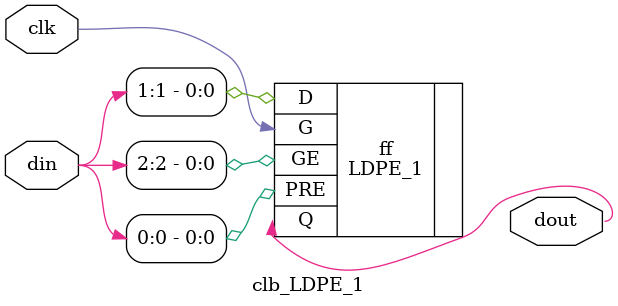
<source format=v>

/*
LDC => LDCE
LDE => LDCE
LDP => LDPE
*/

module top(input clk, stb, di, output do);
	localparam integer DIN_N = 120;
	localparam integer DOUT_N = 30;

	reg [DIN_N-1:0] din;
	wire [DOUT_N-1:0] dout;

	reg [DIN_N-1:0] din_shr;
	reg [DOUT_N-1:0] dout_shr;

	always @(posedge clk) begin
		din_shr <= {din_shr, di};
		dout_shr <= {dout_shr, din_shr[DIN_N-1]};
		if (stb) begin
			din <= din_shr;
			dout_shr <= dout;
		end
	end

	assign do = dout_shr[DOUT_N-1];

	roi roi (
		.clk(clk),
		.din(din),
		.dout(dout)
	);
endmodule

module roi(input clk, input [119:0] din, output [29:0] dout);
    /*
    clbs = (
            'FD',
            'FD_1',
            'FDC',
            'FDC_1',
            'FDCE',
            'FDCE_1',
            'FDE',
            'FDE_1',
            'FDP',
            'FDP_1',
            'FDPE',
            'FDPE_1',
            'FDR',
            'FDR_1',
            'FDRE',
            'FDRE_1',
            'FDS',
            'FDS_1',
            'FDSE',
            'FDSE_1',

            'LDC',
            'LDC_1',
            'LDCE',
            'LDCE_1',
            'LDE',
            'LDE_1',
            'LDPE',
            'LDPE_1',
            'LDP',
            'LDP_1',
            )
    for i, clb in enumerate(clbs):
        print 'clb_%s clb_%s (.clk(clk), .din(din[  %d +: 4]), .dout(dout[  %d ]));' % (clb, clb, i * 4, i * 1)
    */
    //FD
    clb_FD clb_FD (.clk(clk), .din(din[  0 +: 4]), .dout(dout[  0]));
    clb_FD_1 clb_FD_1 (.clk(clk), .din(din[  4 +: 4]), .dout(dout[  1]));
    clb_FDC clb_FDC (.clk(clk), .din(din[  8 +: 4]), .dout(dout[  2]));
    clb_FDC_1 clb_FDC_1 (.clk(clk), .din(din[  12 +: 4]), .dout(dout[  3]));
    clb_FDCE clb_FDCE (.clk(clk), .din(din[  16 +: 4]), .dout(dout[  4]));
    clb_FDCE_1 clb_FDCE_1 (.clk(clk), .din(din[  20 +: 4]), .dout(dout[  5]));
    clb_FDE clb_FDE (.clk(clk), .din(din[  24 +: 4]), .dout(dout[  6]));
    clb_FDE_1 clb_FDE_1 (.clk(clk), .din(din[  28 +: 4]), .dout(dout[  7]));
    clb_FDP clb_FDP (.clk(clk), .din(din[  32 +: 4]), .dout(dout[  8]));
    clb_FDP_1 clb_FDP_1 (.clk(clk), .din(din[  36 +: 4]), .dout(dout[  9]));
    clb_FDPE clb_FDPE (.clk(clk), .din(din[  40 +: 4]), .dout(dout[  10]));
    clb_FDPE_1 clb_FDPE_1 (.clk(clk), .din(din[  44 +: 4]), .dout(dout[  11]));
    clb_FDR clb_FDR (.clk(clk), .din(din[  48 +: 4]), .dout(dout[  12]));
    clb_FDR_1 clb_FDR_1 (.clk(clk), .din(din[  52 +: 4]), .dout(dout[  13]));
    clb_FDRE clb_FDRE (.clk(clk), .din(din[  56 +: 4]), .dout(dout[  14]));
    clb_FDRE_1 clb_FDRE_1 (.clk(clk), .din(din[  60 +: 4]), .dout(dout[  15]));
    clb_FDS clb_FDS (.clk(clk), .din(din[  64 +: 4]), .dout(dout[  16]));
    clb_FDS_1 clb_FDS_1 (.clk(clk), .din(din[  68 +: 4]), .dout(dout[  17]));
    clb_FDSE clb_FDSE (.clk(clk), .din(din[  72 +: 4]), .dout(dout[  18]));
    clb_FDSE_1 clb_FDSE_1 (.clk(clk), .din(din[  76 +: 4]), .dout(dout[  19]));
    //LD
    clb_LDC clb_LDC (.clk(clk), .din(din[  80 +: 4]), .dout(dout[  20 ]));
    clb_LDC_1 clb_LDC_1 (.clk(clk), .din(din[  84 +: 4]), .dout(dout[  21 ]));
    clb_LDCE clb_LDCE (.clk(clk), .din(din[  88 +: 4]), .dout(dout[  22 ]));
    clb_LDCE_1 clb_LDCE_1 (.clk(clk), .din(din[  92 +: 4]), .dout(dout[  23 ]));
    clb_LDE clb_LDE (.clk(clk), .din(din[  96 +: 4]), .dout(dout[  24 ]));
    clb_LDE_1 clb_LDE_1 (.clk(clk), .din(din[  100 +: 4]), .dout(dout[  25 ]));
    clb_LDPE clb_LDPE (.clk(clk), .din(din[  104 +: 4]), .dout(dout[  26 ]));
    clb_LDPE_1 clb_LDPE_1 (.clk(clk), .din(din[  108 +: 4]), .dout(dout[  27 ]));
    clb_LDP clb_LDP (.clk(clk), .din(din[  112 +: 4]), .dout(dout[  28 ]));
    clb_LDP_1 clb_LDP_1 (.clk(clk), .din(din[  116 +: 4]), .dout(dout[  29 ]));
endmodule

// ---------------------------------------------------------------------

module clb_FD (input clk, input [3:0] din, output dout);
	(* LOC="SLICE_X16Y100", BEL="AFF" *)
	FD ff (
		.C(clk),
		.Q(dout),
		.D(din[0])
	);
	endmodule
module clb_FD_1 (input clk, input [3:0] din, output dout);
	(* LOC="SLICE_X16Y101", BEL="AFF" *)
	FD_1 ff (
		.C(clk),
		.Q(dout),
		.D(din[0])
	);
	endmodule

module clb_FDC (input clk, input [3:0] din, output dout);
	(* LOC="SLICE_X16Y102", BEL="AFF" *)
	FDC ff (
		.C(clk),
		.Q(dout),
		.CLR(din[0]),
		.D(din[1])
	);
	endmodule
module clb_FDC_1 (input clk, input [3:0] din, output dout);
	(* LOC="SLICE_X16Y103", BEL="AFF" *)
	FDC_1 ff (
		.C(clk),
		.Q(dout),
		.CLR(din[0]),
		.D(din[1])
	);
	endmodule

module clb_FDCE (input clk, input [3:0] din, output dout);
	(* LOC="SLICE_X16Y104", BEL="AFF" *)
	FDCE ff (
		.C(clk),
		.Q(dout),
		.CE(din[0]),
		.CLR(din[1]),
		.D(din[2])
	);
	endmodule
module clb_FDCE_1 (input clk, input [3:0] din, output dout);
	(* LOC="SLICE_X16Y105", BEL="AFF" *)
	FDCE_1 ff (
		.C(clk),
		.Q(dout),
		.CE(din[0]),
		.CLR(din[1]),
		.D(din[2])
	);
	endmodule

module clb_FDE (input clk, input [3:0] din, output dout);
	(* LOC="SLICE_X16Y106", BEL="AFF" *)
	FDE ff (
		.C(clk),
		.Q(dout),
		.D(din[0]),
		.CE(din[1])
	);
	endmodule
module clb_FDE_1 (input clk, input [3:0] din, output dout);
	(* LOC="SLICE_X16Y107", BEL="AFF" *)
	FDE_1 ff (
		.C(clk),
		.Q(dout),
		.D(din[0]),
		.CE(din[1])
	);
	endmodule

module clb_FDP (input clk, input [3:0] din, output dout);
	(* LOC="SLICE_X16Y108", BEL="AFF" *)
	FDP ff (
		.C(clk),
		.Q(dout),
		.D(din[0]),
		.PRE(din[1])
	);
	endmodule
module clb_FDP_1 (input clk, input [3:0] din, output dout);
	(* LOC="SLICE_X16Y109", BEL="AFF" *)
	FDP_1 ff (
		.C(clk),
		.Q(dout),
		.D(din[0]),
		.PRE(din[1])
	);
	endmodule

module clb_FDPE (input clk, input [3:0] din, output dout);
	(* LOC="SLICE_X16Y110", BEL="AFF" *)
	FDPE ff (
		.C(clk),
		.Q(dout),
		.CE(din[0]),
		.PRE(din[1]),
		.D(din[2])
	);
	endmodule
module clb_FDPE_1 (input clk, input [3:0] din, output dout);
	(* LOC="SLICE_X16Y111", BEL="AFF" *)
	FDPE_1 ff (
		.C(clk),
		.Q(dout),
		.CE(din[0]),
		.PRE(din[1]),
		.D(din[2])
	);
	endmodule

module clb_FDR (input clk, input [3:0] din, output dout);
	(* LOC="SLICE_X16Y112", BEL="AFF" *)
	FDR ff (
		.C(clk),
		.Q(dout),
		.D(din[0]),
		.R(din[1])
	);
	endmodule
module clb_FDR_1 (input clk, input [3:0] din, output dout);
	(* LOC="SLICE_X16Y113", BEL="AFF" *)
	FDR_1 ff (
		.C(clk),
		.Q(dout),
		.D(din[0]),
		.R(din[1])
	);
	endmodule

module clb_FDRE (input clk, input [3:0] din, output dout);
	(* LOC="SLICE_X16Y114", BEL="AFF" *)
	FDRE ff (
		.C(clk),
		.Q(dout),
		.CE(din[0]),
		.R(din[1]),
		.D(din[2])
	);
	endmodule
module clb_FDRE_1 (input clk, input [3:0] din, output dout);
	(* LOC="SLICE_X16Y115", BEL="AFF" *)
	FDRE_1 ff (
		.C(clk),
		.Q(dout),
		.CE(din[0]),
		.R(din[1]),
		.D(din[2])
	);
	endmodule

module clb_FDS (input clk, input [3:0] din, output dout);
	(* LOC="SLICE_X16Y116", BEL="AFF" *)
	FDS ff (
		.C(clk),
		.Q(dout),
		.S(din[0]),
		.D(din[1])
	);
	endmodule
module clb_FDS_1 (input clk, input [3:0] din, output dout);
	(* LOC="SLICE_X16Y117", BEL="AFF" *)
	FDS_1 ff (
		.C(clk),
		.Q(dout),
		.S(din[0]),
		.D(din[1])
	);
	endmodule

module clb_FDSE (input clk, input [3:0] din, output dout);
	(* LOC="SLICE_X16Y118", BEL="AFF" *)
	FDSE ff (
		.C(clk),
		.Q(dout),
		.CE(din[0]),
		.S(din[1]),
		.D(din[2])
	);
	endmodule
module clb_FDSE_1 (input clk, input [3:0] din, output dout);
	(* LOC="SLICE_X16Y119", BEL="AFF" *)
	FDSE_1 ff (
		.C(clk),
		.Q(dout),
		.CE(din[0]),
		.S(din[1]),
		.D(din[2])
	);
	endmodule

//********************************************************************************

module clb_LDC (input clk, input [3:0] din, output dout);
    parameter LOC="SLICE_X16Y120";
    parameter BEL="AFF";
	(* LOC=LOC, BEL=BEL, KEEP, DONT_TOUCH *)
	LDC ff (
		.G(clk),
		.Q(dout),
		.D(din[0]),
		.CLR(din[1])
	);
	endmodule
module clb_LDC_1 (input clk, input [3:0] din, output dout);
    parameter LOC="SLICE_X16Y121";
    parameter BEL="AFF";
	(* LOC=LOC, BEL=BEL, KEEP, DONT_TOUCH *)
	LDC_1 ff (
		.G(clk),
		.Q(dout),
		.D(din[0]),
		.CLR(din[1])
	);
	endmodule

module clb_LDCE (input clk, input [3:0] din, output dout);
    parameter LOC="SLICE_X16Y122";
    parameter BEL="AFF";
	(* LOC=LOC, BEL=BEL, KEEP, DONT_TOUCH *)
	LDCE ff (
		.G(clk),
		//NOTE: diagram shows two outputs. Error?
		.Q(dout),
		.D(din[0]),
		.GE(din[1]),
		.CLR(din[2])
	);
	endmodule
module clb_LDCE_1 (input clk, input [3:0] din, output dout);
    parameter LOC="SLICE_X16Y123";
    parameter BEL="AFF";
	(* LOC=LOC, BEL=BEL, KEEP, DONT_TOUCH *)
	LDCE_1 ff (
		.G(clk),
		//NOTE: diagram shows two outputs. Error?
		.Q(dout),
		.D(din[0]),
		.GE(din[1]),
		.CLR(din[2])
	);
	endmodule

module clb_LDE (input clk, input [3:0] din, output dout);
    parameter LOC="SLICE_X16Y124";
    parameter BEL="AFF";
	(* LOC=LOC, BEL=BEL, KEEP, DONT_TOUCH *)
	LDE ff (
		.G(clk),
		.Q(dout),
		.D(din[0]),
		.GE(din[1])
	);
	endmodule
module clb_LDE_1 (input clk, input [3:0] din, output dout);
    parameter LOC="SLICE_X16Y125";
    parameter BEL="AFF";
	(* LOC=LOC, BEL=BEL, KEEP, DONT_TOUCH *)
	LDE_1 ff (
		.G(clk),
		.Q(dout),
		.D(din[0]),
		.GE(din[1])
	);
	endmodule

module clb_LDP (input clk, input [3:0] din, output dout);
    parameter LOC="SLICE_X16Y126";
    parameter BEL="AFF";
	(* LOC=LOC, BEL=BEL, KEEP, DONT_TOUCH *)
	LDP ff (
		.G(clk),
		.Q(dout),
		.D(din[0]),
		.PRE(din[1])
	);
	endmodule
module clb_LDP_1 (input clk, input [3:0] din, output dout);
    parameter LOC="SLICE_X16Y127";
    parameter BEL="AFF";
	(* LOC=LOC, BEL=BEL, KEEP, DONT_TOUCH *)
	LDP_1 ff (
		.G(clk),
		.Q(dout),
		.D(din[0]),
		.PRE(din[1])
	);
	endmodule

module clb_LDPE (input clk, input [3:0] din, output dout);
    parameter LOC="SLICE_X16Y128";
    parameter BEL="AFF";
	(* LOC=LOC, BEL=BEL, KEEP, DONT_TOUCH *)
	LDPE ff (
		.G(clk),
		.Q(dout),
		.PRE(din[0]),
		.D(din[1]),
		.GE(din[2])
	);
	endmodule
module clb_LDPE_1 (input clk, input [3:0] din, output dout);
    parameter LOC="SLICE_X16Y129";
    parameter BEL="AFF";
	(* LOC=LOC, BEL=BEL, KEEP, DONT_TOUCH *)
	LDPE_1 ff (
		.G(clk),
		.Q(dout),
		.PRE(din[0]),
		.D(din[1]),
		.GE(din[2])
	);
	endmodule


</source>
